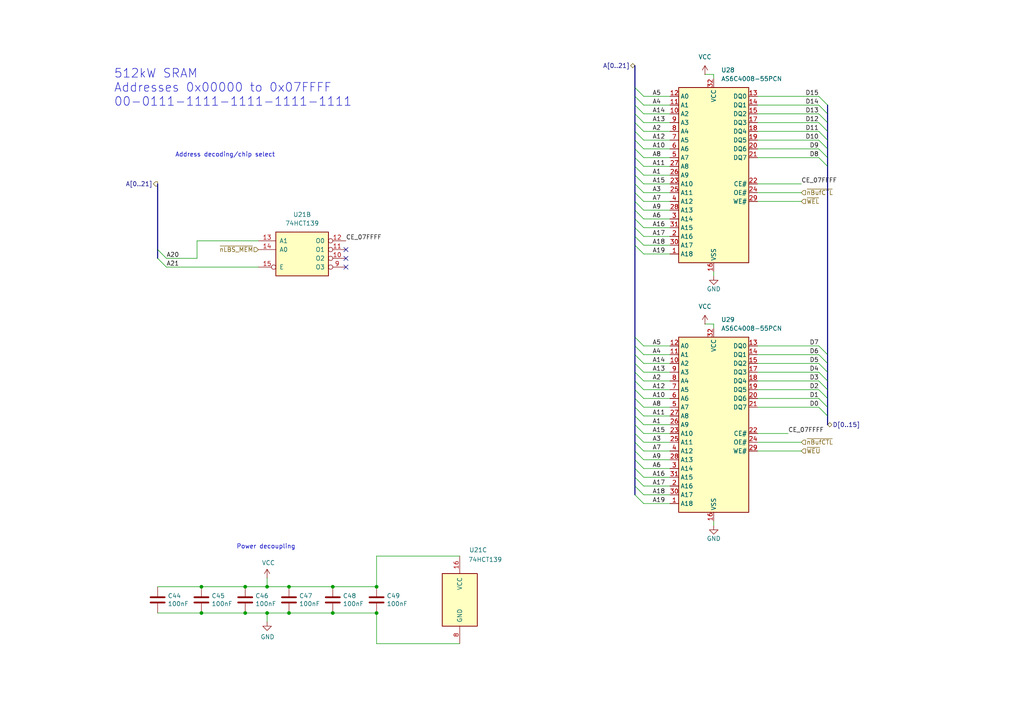
<source format=kicad_sch>
(kicad_sch (version 20250114) (generator "eeschema") (generator_version "9.0")
  (paper "A4")
  (lib_symbols
    (symbol "74xx:74LS139" (pin_names (offset 1.016))
      (property "Reference" "U" (at -7.62 8.89 0))
      (property "Value" "74LS139" (at -7.62 -8.89 0))
      (symbol "74LS139_1_0"
        (pin input line (at -12.7 2.54 0) (length 5.08) (name "A1") (number "3"))
        (pin input line (at -12.7 0 0) (length 5.08) (name "A0") (number "2"))
        (pin input inverted (at -12.7 -5.08 0) (length 5.08) (name "E") (number "1"))
        (pin output inverted (at 12.7 2.54 180) (length 5.08) (name "O0") (number "4"))
        (pin output inverted (at 12.7 0 180) (length 5.08) (name "O1") (number "5"))
        (pin output inverted (at 12.7 -2.54 180) (length 5.08) (name "O2") (number "6"))
        (pin output inverted (at 12.7 -5.08 180) (length 5.08) (name "O3") (number "7"))
      )
      (symbol "74LS139_1_1"
        (rectangle (start -7.62 5.08) (end 7.62 -7.62) (stroke (width 0.254)) (fill (type background)))
      )
      (symbol "74LS139_2_0"
        (pin input line (at -12.7 2.54 0) (length 5.08) (name "A1") (number "13"))
        (pin input line (at -12.7 0 0) (length 5.08) (name "A0") (number "14"))
        (pin input inverted (at -12.7 -5.08 0) (length 5.08) (name "E") (number "15"))
        (pin output inverted (at 12.7 2.54 180) (length 5.08) (name "O0") (number "12"))
        (pin output inverted (at 12.7 0 180) (length 5.08) (name "O1") (number "11"))
        (pin output inverted (at 12.7 -2.54 180) (length 5.08) (name "O2") (number "10"))
        (pin output inverted (at 12.7 -5.08 180) (length 5.08) (name "O3") (number "9"))
      )
      (symbol "74LS139_2_1"
        (rectangle (start -7.62 5.08) (end 7.62 -7.62) (stroke (width 0.254)) (fill (type background)))
      )
      (symbol "74LS139_3_0"
        (pin power_in line (at 0 12.7 270) (length 5.08) (name "VCC") (number "16"))
        (pin power_in line (at 0 -12.7 90) (length 5.08) (name "GND") (number "8"))
      )
      (symbol "74LS139_3_1"
        (rectangle (start -5.08 7.62) (end 5.08 -7.62) (stroke (width 0.254)) (fill (type background)))
      )
    )
    (symbol "Device:C" (pin_numbers (hide yes)) (pin_names (offset 0.254))
      (property "Reference" "C" (at 0.635 2.54 0))
      (property "Value" "C" (at 0.635 -2.54 0))
      (symbol "C_0_1"
        (polyline (pts (xy -2.032 0.762) (xy 2.032 0.762)) (stroke (width 0.508)))
        (polyline (pts (xy -2.032 -0.762) (xy 2.032 -0.762)) (stroke (width 0.508)))
      )
      (symbol "C_1_1"
        (pin passive line (at 0 3.81 270) (length 2.794) (name "~") (number "1"))
        (pin passive line (at 0 -3.81 90) (length 2.794) (name "~") (number "2"))
      )
    )
    (symbol "Memory_RAM:AS6C4008-55PCN"
      (property "Reference" "U" (at -10.16 26.035 0))
      (property "Value" "AS6C4008-55PCN" (at 2.54 26.035 0))
      (symbol "AS6C4008-55PCN_0_0"
        (pin power_in line (at 0 27.94 270) (length 2.54) (name "VCC") (number "32"))
        (pin power_in line (at 0 -27.94 90) (length 2.54) (name "VSS") (number "16"))
      )
      (symbol "AS6C4008-55PCN_0_1"
        (rectangle (start -10.16 25.4) (end 10.16 -25.4) (stroke (width 0.254)) (fill (type background)))
      )
      (symbol "AS6C4008-55PCN_1_1"
        (pin input line (at -12.7 22.86 0) (length 2.54) (name "A0") (number "12"))
        (pin input line (at -12.7 20.32 0) (length 2.54) (name "A1") (number "11"))
        (pin input line (at -12.7 17.78 0) (length 2.54) (name "A2") (number "10"))
        (pin input line (at -12.7 15.24 0) (length 2.54) (name "A3") (number "9"))
        (pin input line (at -12.7 12.7 0) (length 2.54) (name "A4") (number "8"))
        (pin input line (at -12.7 10.16 0) (length 2.54) (name "A5") (number "7"))
        (pin input line (at -12.7 7.62 0) (length 2.54) (name "A6") (number "6"))
        (pin input line (at -12.7 5.08 0) (length 2.54) (name "A7") (number "5"))
        (pin input line (at -12.7 2.54 0) (length 2.54) (name "A8") (number "27"))
        (pin input line (at -12.7 0 0) (length 2.54) (name "A9") (number "26"))
        (pin input line (at -12.7 -2.54 0) (length 2.54) (name "A10") (number "23"))
        (pin input line (at -12.7 -5.08 0) (length 2.54) (name "A11") (number "25"))
        (pin input line (at -12.7 -7.62 0) (length 2.54) (name "A12") (number "4"))
        (pin input line (at -12.7 -10.16 0) (length 2.54) (name "A13") (number "28"))
        (pin input line (at -12.7 -12.7 0) (length 2.54) (name "A14") (number "3"))
        (pin input line (at -12.7 -15.24 0) (length 2.54) (name "A15") (number "31"))
        (pin input line (at -12.7 -17.78 0) (length 2.54) (name "A16") (number "2"))
        (pin input line (at -12.7 -20.32 0) (length 2.54) (name "A17") (number "30"))
        (pin input line (at -12.7 -22.86 0) (length 2.54) (name "A18") (number "1"))
        (pin tri_state line (at 12.7 22.86 180) (length 2.54) (name "DQ0") (number "13"))
        (pin tri_state line (at 12.7 20.32 180) (length 2.54) (name "DQ1") (number "14"))
        (pin tri_state line (at 12.7 17.78 180) (length 2.54) (name "DQ2") (number "15"))
        (pin tri_state line (at 12.7 15.24 180) (length 2.54) (name "DQ3") (number "17"))
        (pin tri_state line (at 12.7 12.7 180) (length 2.54) (name "DQ4") (number "18"))
        (pin tri_state line (at 12.7 10.16 180) (length 2.54) (name "DQ5") (number "19"))
        (pin tri_state line (at 12.7 7.62 180) (length 2.54) (name "DQ6") (number "20"))
        (pin tri_state line (at 12.7 5.08 180) (length 2.54) (name "DQ7") (number "21"))
        (pin input line (at 12.7 -2.54 180) (length 2.54) (name "CE#") (number "22"))
        (pin input line (at 12.7 -5.08 180) (length 2.54) (name "OE#") (number "24"))
        (pin input line (at 12.7 -7.62 180) (length 2.54) (name "WE#") (number "29"))
      )
    )
    (symbol "power:GND" (power) (pin_numbers (hide yes)) (pin_names (offset 0) (hide yes))
      (property "Value" "GND" (at 0 -3.81 0))
      (symbol "GND_0_1"
        (polyline (pts (xy 0 0) (xy 0 -1.27) (xy 1.27 -1.27) (xy 0 -2.54) (xy -1.27 -1.27) (xy 0 -1.27)))
      )
      (symbol "GND_1_1"
        (pin power_in line (at 0 0 270) (length 0) (name "~") (number "1"))
      )
    )
    (symbol "power:VCC" (power) (pin_numbers (hide yes)) (pin_names (offset 0) (hide yes))
      (property "Value" "VCC" (at 0 3.556 0))
      (symbol "VCC_0_1"
        (polyline (pts (xy -0.762 1.27) (xy 0 2.54)))
        (polyline (pts (xy 0 2.54) (xy 0.762 1.27)))
        (polyline (pts (xy 0 0) (xy 0 2.54)))
      )
      (symbol "VCC_1_1"
        (pin power_in line (at 0 0 90) (length 0) (name "~") (number "1"))
      )
    )
  )
  (text "Power decoupling" (at 68.58 159.385 0) (effects (font (size 1.27 1.27)) (justify left bottom)))
  (text "Address decoding/chip select" (at 50.8 45.72 0) (effects (font (size 1.27 1.27)) (justify left bottom)))
  (text "512kW SRAM\nAddresses 0x00000 to 0x07FFFF\n00-0111-1111-1111-1111-1111" (at 33.02 31.115 0) (effects (font (size 2.54 2.54)) (justify left bottom)))
  (junction (at 77.47 170.18))
  (junction (at 83.82 177.8))
  (junction (at 109.22 177.8))
  (junction (at 96.52 170.18))
  (junction (at 71.12 177.8))
  (junction (at 77.47 177.8))
  (junction (at 58.42 177.8))
  (junction (at 58.42 170.18))
  (junction (at 83.82 170.18))
  (junction (at 96.52 177.8))
  (junction (at 71.12 170.18))
  (junction (at 109.22 170.18))
  (no_connect (at 100.33 74.93))
  (no_connect (at 100.33 77.47))
  (no_connect (at 100.33 72.39))
  (bus_entry (at 186.69 60.96) (size -2.54 -2.54))
  (bus_entry (at 186.69 71.12) (size -2.54 -2.54))
  (bus_entry (at 186.69 73.66) (size -2.54 -2.54))
  (bus_entry (at 186.69 63.5) (size -2.54 -2.54))
  (bus_entry (at 186.69 45.72) (size -2.54 -2.54))
  (bus_entry (at 186.69 113.03) (size -2.54 -2.54))
  (bus_entry (at 237.49 110.49) (size 2.54 2.54))
  (bus_entry (at 237.49 102.87) (size 2.54 2.54))
  (bus_entry (at 186.69 128.27) (size -2.54 -2.54))
  (bus_entry (at 186.69 146.05) (size -2.54 -2.54))
  (bus_entry (at 237.49 35.56) (size 2.54 2.54))
  (bus_entry (at 237.49 30.48) (size 2.54 2.54))
  (bus_entry (at 186.69 123.19) (size -2.54 -2.54))
  (bus_entry (at 186.69 107.95) (size -2.54 -2.54))
  (bus_entry (at 186.69 100.33) (size -2.54 -2.54))
  (bus_entry (at 186.69 105.41) (size -2.54 -2.54))
  (bus_entry (at 237.49 43.18) (size 2.54 2.54))
  (bus_entry (at 237.49 33.02) (size 2.54 2.54))
  (bus_entry (at 186.69 102.87) (size -2.54 -2.54))
  (bus_entry (at 186.69 115.57) (size -2.54 -2.54))
  (bus_entry (at 237.49 113.03) (size 2.54 2.54))
  (bus_entry (at 237.49 107.95) (size 2.54 2.54))
  (bus_entry (at 186.69 43.18) (size -2.54 -2.54))
  (bus_entry (at 186.69 110.49) (size -2.54 -2.54))
  (bus_entry (at 186.69 66.04) (size -2.54 -2.54))
  (bus_entry (at 186.69 55.88) (size -2.54 -2.54))
  (bus_entry (at 186.69 140.97) (size -2.54 -2.54))
  (bus_entry (at 237.49 40.64) (size 2.54 2.54))
  (bus_entry (at 186.69 143.51) (size -2.54 -2.54))
  (bus_entry (at 186.69 35.56) (size -2.54 -2.54))
  (bus_entry (at 186.69 30.48) (size -2.54 -2.54))
  (bus_entry (at 186.69 138.43) (size -2.54 -2.54))
  (bus_entry (at 186.69 58.42) (size -2.54 -2.54))
  (bus_entry (at 186.69 33.02) (size -2.54 -2.54))
  (bus_entry (at 186.69 133.35) (size -2.54 -2.54))
  (bus_entry (at 186.69 48.26) (size -2.54 -2.54))
  (bus_entry (at 237.49 105.41) (size 2.54 2.54))
  (bus_entry (at 237.49 118.11) (size 2.54 2.54))
  (bus_entry (at 237.49 38.1) (size 2.54 2.54))
  (bus_entry (at 186.69 135.89) (size -2.54 -2.54))
  (bus_entry (at 45.72 72.39) (size 2.54 2.54))
  (bus_entry (at 186.69 53.34) (size -2.54 -2.54))
  (bus_entry (at 237.49 27.94) (size 2.54 2.54))
  (bus_entry (at 186.69 130.81) (size -2.54 -2.54))
  (bus_entry (at 186.69 38.1) (size -2.54 -2.54))
  (bus_entry (at 186.69 27.94) (size -2.54 -2.54))
  (bus_entry (at 186.69 125.73) (size -2.54 -2.54))
  (bus_entry (at 186.69 68.58) (size -2.54 -2.54))
  (bus_entry (at 186.69 120.65) (size -2.54 -2.54))
  (bus_entry (at 186.69 118.11) (size -2.54 -2.54))
  (bus_entry (at 186.69 40.64) (size -2.54 -2.54))
  (bus_entry (at 237.49 115.57) (size 2.54 2.54))
  (bus_entry (at 186.69 50.8) (size -2.54 -2.54))
  (bus_entry (at 45.72 74.93) (size 2.54 2.54))
  (bus_entry (at 237.49 100.33) (size 2.54 2.54))
  (bus_entry (at 237.49 45.72) (size 2.54 2.54))
  (wire (pts (xy 219.71 43.18) (xy 237.49 43.18)))
  (wire (pts (xy 204.47 21.59) (xy 207.01 21.59)))
  (wire (pts (xy 219.71 118.11) (xy 237.49 118.11)))
  (bus (pts (xy 240.03 43.18) (xy 240.03 40.64)))
  (wire (pts (xy 58.42 170.18) (xy 71.12 170.18)))
  (wire (pts (xy 58.42 177.8) (xy 45.72 177.8)))
  (bus (pts (xy 184.15 33.02) (xy 184.15 35.56)))
  (wire (pts (xy 219.71 130.81) (xy 232.41 130.81)))
  (bus (pts (xy 184.15 138.43) (xy 184.15 140.97)))
  (bus (pts (xy 240.03 123.19) (xy 240.03 120.65)))
  (wire (pts (xy 219.71 35.56) (xy 237.49 35.56)))
  (wire (pts (xy 186.69 27.94) (xy 194.31 27.94)))
  (wire (pts (xy 219.71 128.27) (xy 232.41 128.27)))
  (wire (pts (xy 83.82 177.8) (xy 77.47 177.8)))
  (wire (pts (xy 186.69 135.89) (xy 194.31 135.89)))
  (wire (pts (xy 109.22 177.8) (xy 96.52 177.8)))
  (wire (pts (xy 186.69 113.03) (xy 194.31 113.03)))
  (wire (pts (xy 109.22 170.18) (xy 109.22 161.29)))
  (bus (pts (xy 240.03 115.57) (xy 240.03 113.03)))
  (bus (pts (xy 184.15 97.79) (xy 184.15 100.33)))
  (bus (pts (xy 184.15 48.26) (xy 184.15 50.8)))
  (wire (pts (xy 186.69 66.04) (xy 194.31 66.04)))
  (wire (pts (xy 77.47 167.64) (xy 77.47 170.18)))
  (wire (pts (xy 186.69 58.42) (xy 194.31 58.42)))
  (wire (pts (xy 186.69 120.65) (xy 194.31 120.65)))
  (wire (pts (xy 186.69 118.11) (xy 194.31 118.11)))
  (wire (pts (xy 219.71 110.49) (xy 237.49 110.49)))
  (bus (pts (xy 240.03 33.02) (xy 240.03 30.48)))
  (bus (pts (xy 184.15 133.35) (xy 184.15 135.89)))
  (wire (pts (xy 186.69 125.73) (xy 194.31 125.73)))
  (bus (pts (xy 184.15 43.18) (xy 184.15 45.72)))
  (wire (pts (xy 77.47 177.8) (xy 71.12 177.8)))
  (wire (pts (xy 186.69 48.26) (xy 194.31 48.26)))
  (wire (pts (xy 219.71 113.03) (xy 237.49 113.03)))
  (bus (pts (xy 184.15 25.4) (xy 184.15 27.94)))
  (wire (pts (xy 186.69 128.27) (xy 194.31 128.27)))
  (bus (pts (xy 240.03 40.64) (xy 240.03 38.1)))
  (wire (pts (xy 186.69 73.66) (xy 194.31 73.66)))
  (bus (pts (xy 240.03 105.41) (xy 240.03 102.87)))
  (bus (pts (xy 184.15 120.65) (xy 184.15 123.19)))
  (wire (pts (xy 207.01 78.74) (xy 207.01 80.01)))
  (wire (pts (xy 57.15 69.85) (xy 74.93 69.85)))
  (wire (pts (xy 207.01 93.98) (xy 207.01 95.25)))
  (wire (pts (xy 186.69 50.8) (xy 194.31 50.8)))
  (wire (pts (xy 219.71 40.64) (xy 237.49 40.64)))
  (bus (pts (xy 184.15 118.11) (xy 184.15 120.65)))
  (bus (pts (xy 240.03 35.56) (xy 240.03 33.02)))
  (wire (pts (xy 48.26 74.93) (xy 57.15 74.93)))
  (wire (pts (xy 219.71 38.1) (xy 237.49 38.1)))
  (wire (pts (xy 186.69 45.72) (xy 194.31 45.72)))
  (bus (pts (xy 45.72 53.34) (xy 45.72 72.39)))
  (wire (pts (xy 186.69 107.95) (xy 194.31 107.95)))
  (wire (pts (xy 186.69 55.88) (xy 194.31 55.88)))
  (wire (pts (xy 96.52 170.18) (xy 109.22 170.18)))
  (bus (pts (xy 45.72 72.39) (xy 45.72 74.93)))
  (bus (pts (xy 184.15 115.57) (xy 184.15 118.11)))
  (wire (pts (xy 109.22 177.8) (xy 109.22 186.69)))
  (wire (pts (xy 71.12 170.18) (xy 77.47 170.18)))
  (bus (pts (xy 184.15 63.5) (xy 184.15 66.04)))
  (wire (pts (xy 186.69 60.96) (xy 194.31 60.96)))
  (bus (pts (xy 184.15 68.58) (xy 184.15 71.12)))
  (wire (pts (xy 186.69 133.35) (xy 194.31 133.35)))
  (wire (pts (xy 219.71 33.02) (xy 237.49 33.02)))
  (bus (pts (xy 240.03 120.65) (xy 240.03 118.11)))
  (bus (pts (xy 240.03 38.1) (xy 240.03 35.56)))
  (bus (pts (xy 184.15 38.1) (xy 184.15 40.64)))
  (bus (pts (xy 184.15 125.73) (xy 184.15 128.27)))
  (bus (pts (xy 184.15 110.49) (xy 184.15 113.03)))
  (wire (pts (xy 207.01 151.13) (xy 207.01 152.4)))
  (bus (pts (xy 184.15 60.96) (xy 184.15 63.5)))
  (bus (pts (xy 184.15 30.48) (xy 184.15 33.02)))
  (bus (pts (xy 184.15 128.27) (xy 184.15 130.81)))
  (wire (pts (xy 219.71 55.88) (xy 232.41 55.88)))
  (bus (pts (xy 184.15 40.64) (xy 184.15 43.18)))
  (wire (pts (xy 219.71 102.87) (xy 237.49 102.87)))
  (wire (pts (xy 186.69 102.87) (xy 194.31 102.87)))
  (bus (pts (xy 184.15 35.56) (xy 184.15 38.1)))
  (wire (pts (xy 219.71 30.48) (xy 237.49 30.48)))
  (wire (pts (xy 186.69 53.34) (xy 194.31 53.34)))
  (wire (pts (xy 219.71 107.95) (xy 237.49 107.95)))
  (bus (pts (xy 184.15 19.05) (xy 184.15 25.4)))
  (wire (pts (xy 186.69 71.12) (xy 194.31 71.12)))
  (wire (pts (xy 186.69 110.49) (xy 194.31 110.49)))
  (bus (pts (xy 184.15 130.81) (xy 184.15 133.35)))
  (bus (pts (xy 184.15 55.88) (xy 184.15 58.42)))
  (wire (pts (xy 204.47 93.98) (xy 207.01 93.98)))
  (bus (pts (xy 240.03 118.11) (xy 240.03 115.57)))
  (bus (pts (xy 184.15 53.34) (xy 184.15 55.88)))
  (wire (pts (xy 186.69 100.33) (xy 194.31 100.33)))
  (bus (pts (xy 240.03 102.87) (xy 240.03 48.26)))
  (wire (pts (xy 219.71 115.57) (xy 237.49 115.57)))
  (wire (pts (xy 186.69 146.05) (xy 194.31 146.05)))
  (wire (pts (xy 219.71 45.72) (xy 237.49 45.72)))
  (bus (pts (xy 184.15 113.03) (xy 184.15 115.57)))
  (wire (pts (xy 219.71 105.41) (xy 237.49 105.41)))
  (wire (pts (xy 186.69 38.1) (xy 194.31 38.1)))
  (bus (pts (xy 240.03 48.26) (xy 240.03 45.72)))
  (wire (pts (xy 186.69 143.51) (xy 194.31 143.51)))
  (bus (pts (xy 184.15 27.94) (xy 184.15 30.48)))
  (wire (pts (xy 109.22 161.29) (xy 133.35 161.29)))
  (wire (pts (xy 186.69 140.97) (xy 194.31 140.97)))
  (bus (pts (xy 184.15 50.8) (xy 184.15 53.34)))
  (bus (pts (xy 184.15 45.72) (xy 184.15 48.26)))
  (bus (pts (xy 240.03 113.03) (xy 240.03 110.49)))
  (bus (pts (xy 184.15 107.95) (xy 184.15 110.49)))
  (wire (pts (xy 186.69 68.58) (xy 194.31 68.58)))
  (wire (pts (xy 207.01 21.59) (xy 207.01 22.86)))
  (wire (pts (xy 219.71 100.33) (xy 237.49 100.33)))
  (wire (pts (xy 186.69 123.19) (xy 194.31 123.19)))
  (wire (pts (xy 186.69 30.48) (xy 194.31 30.48)))
  (bus (pts (xy 240.03 45.72) (xy 240.03 43.18)))
  (wire (pts (xy 48.26 77.47) (xy 74.93 77.47)))
  (bus (pts (xy 184.15 102.87) (xy 184.15 105.41)))
  (bus (pts (xy 240.03 107.95) (xy 240.03 105.41)))
  (wire (pts (xy 186.69 105.41) (xy 194.31 105.41)))
  (bus (pts (xy 184.15 123.19) (xy 184.15 125.73)))
  (wire (pts (xy 219.71 125.73) (xy 228.6 125.73)))
  (wire (pts (xy 186.69 35.56) (xy 194.31 35.56)))
  (wire (pts (xy 186.69 138.43) (xy 194.31 138.43)))
  (bus (pts (xy 184.15 66.04) (xy 184.15 68.58)))
  (bus (pts (xy 184.15 100.33) (xy 184.15 102.87)))
  (bus (pts (xy 184.15 135.89) (xy 184.15 138.43)))
  (bus (pts (xy 184.15 58.42) (xy 184.15 60.96)))
  (wire (pts (xy 71.12 177.8) (xy 58.42 177.8)))
  (wire (pts (xy 57.15 74.93) (xy 57.15 69.85)))
  (wire (pts (xy 186.69 115.57) (xy 194.31 115.57)))
  (bus (pts (xy 240.03 110.49) (xy 240.03 107.95)))
  (bus (pts (xy 184.15 105.41) (xy 184.15 107.95)))
  (wire (pts (xy 186.69 40.64) (xy 194.31 40.64)))
  (wire (pts (xy 219.71 27.94) (xy 237.49 27.94)))
  (wire (pts (xy 77.47 180.34) (xy 77.47 177.8)))
  (bus (pts (xy 184.15 140.97) (xy 184.15 143.51)))
  (wire (pts (xy 186.69 43.18) (xy 194.31 43.18)))
  (wire (pts (xy 219.71 58.42) (xy 232.41 58.42)))
  (wire (pts (xy 186.69 63.5) (xy 194.31 63.5)))
  (wire (pts (xy 77.47 170.18) (xy 83.82 170.18)))
  (wire (pts (xy 45.72 170.18) (xy 58.42 170.18)))
  (wire (pts (xy 96.52 177.8) (xy 83.82 177.8)))
  (wire (pts (xy 186.69 33.02) (xy 194.31 33.02)))
  (wire (pts (xy 219.71 53.34) (xy 232.41 53.34)))
  (wire (pts (xy 83.82 170.18) (xy 96.52 170.18)))
  (wire (pts (xy 109.22 186.69) (xy 133.35 186.69)))
  (wire (pts (xy 186.69 130.81) (xy 194.31 130.81)))
  (bus (pts (xy 184.15 71.12) (xy 184.15 97.79)))
  (label "D15" (at 237.49 27.94 180))
  (label "A7" (at 189.23 130.81 0))
  (label "A7" (at 189.23 58.42 0))
  (label "D2" (at 237.49 113.03 180))
  (label "A12" (at 189.23 113.03 0))
  (label "A15" (at 189.23 53.34 0))
  (label "D9" (at 237.49 43.18 180))
  (label "A5" (at 189.23 27.94 0))
  (label "A11" (at 189.23 48.26 0))
  (label "A21" (at 48.26 77.47 0))
  (label "D12" (at 237.49 35.56 180))
  (label "CE_07FFFF" (at 100.33 69.85 0))
  (label "A12" (at 189.23 40.64 0))
  (label "A9" (at 189.23 133.35 0))
  (label "A18" (at 189.23 71.12 0))
  (label "D8" (at 237.49 45.72 180))
  (label "A3" (at 189.23 55.88 0))
  (label "A13" (at 189.23 107.95 0))
  (label "D4" (at 237.49 107.95 180))
  (label "D11" (at 237.49 38.1 180))
  (label "A9" (at 189.23 60.96 0))
  (label "A4" (at 189.23 30.48 0))
  (label "D0" (at 237.49 118.11 180))
  (label "A19" (at 189.23 146.05 0))
  (label "A10" (at 189.23 43.18 0))
  (label "A2" (at 189.23 38.1 0))
  (label "D1" (at 237.49 115.57 180))
  (label "A2" (at 189.23 110.49 0))
  (label "D3" (at 237.49 110.49 180))
  (label "A14" (at 189.23 33.02 0))
  (label "A5" (at 189.23 100.33 0))
  (label "D5" (at 237.49 105.41 180))
  (label "D13" (at 237.49 33.02 180))
  (label "A17" (at 189.23 68.58 0))
  (label "A8" (at 189.23 118.11 0))
  (label "A15" (at 189.23 125.73 0))
  (label "A6" (at 189.23 63.5 0))
  (label "A20" (at 48.26 74.93 0))
  (label "CE_07FFFF" (at 228.6 125.73 0))
  (label "A10" (at 189.23 115.57 0))
  (label "A16" (at 189.23 138.43 0))
  (label "D7" (at 237.49 100.33 180))
  (label "D14" (at 237.49 30.48 180))
  (label "A4" (at 189.23 102.87 0))
  (label "A19" (at 189.23 73.66 0))
  (label "CE_07FFFF" (at 232.41 53.34 0))
  (label "A16" (at 189.23 66.04 0))
  (label "A6" (at 189.23 135.89 0))
  (label "A11" (at 189.23 120.65 0))
  (label "A8" (at 189.23 45.72 0))
  (label "A1" (at 189.23 123.19 0))
  (label "A18" (at 189.23 143.51 0))
  (label "D6" (at 237.49 102.87 180))
  (label "D10" (at 237.49 40.64 180))
  (label "A3" (at 189.23 128.27 0))
  (label "A13" (at 189.23 35.56 0))
  (label "A14" (at 189.23 105.41 0))
  (label "A1" (at 189.23 50.8 0))
  (label "A17" (at 189.23 140.97 0))
  (hierarchical_label "~{nLBS_MEM}" (shape input) (at 74.93 72.39 180))
  (hierarchical_label "A[0..21]" (shape bidirectional) (at 184.15 19.05 180))
  (hierarchical_label "~{WEL}" (shape input) (at 232.41 58.42 0))
  (hierarchical_label "A[0..21]" (shape output) (at 45.72 53.34 180))
  (hierarchical_label "~{nBufCTL}" (shape input) (at 232.41 55.88 0))
  (hierarchical_label "~{nBufCTL}" (shape input) (at 232.41 128.27 0))
  (hierarchical_label "~{WEU}" (shape input) (at 232.41 130.81 0))
  (hierarchical_label "D[0..15]" (shape bidirectional) (at 240.03 123.19 0))
  (symbol (lib_id "Memory_RAM:AS6C4008-55PCN") (at 207.01 50.8 0) (unit 1)
    (property "Reference" "U28" (at 209.1533 20.32 0) (effects (justify left)))
    (property "Value" "AS6C4008-55PCN" (at 209.1533 22.86 0) (effects (justify left)))
    (property "Footprint" "Package_DIP:DIP-32_W15.24mm" (effects (hide yes)))
    (property "Datasheet" "https://www.alliancememory.com/wp-content/uploads/pdf/AS6C4008.pdf" (effects (hide yes)))
    (property "Description" "512K x 8 Low Power CMOS RAM, DIP-32" (effects (hide yes)))
  )
  (symbol (lib_id "power:GND") (at 207.01 152.4 0) (unit 1)
    (property "Reference" "#PWR079" (effects (hide yes)))
    (property "Value" "GND" (at 207.01 156.21 0))
    (property "Description" "Power symbol creates a global label with name \"GND\" , ground" (effects (hide yes)))
  )
  (symbol (lib_id "power:VCC") (at 204.47 93.98 0) (unit 1)
    (property "Reference" "#PWR077" (effects (hide yes)))
    (property "Value" "VCC" (at 204.47 88.9 0))
    (property "Description" "Power symbol creates a global label with name \"VCC\"" (effects (hide yes)))
  )
  (symbol (lib_id "Device:C") (at 109.22 173.99 0) (unit 1)
    (property "Reference" "C49" (at 112.141 172.8216 0) (effects (justify left)))
    (property "Value" "100nF" (at 112.141 175.133 0) (effects (justify left)))
    (property "Footprint" "Capacitor_THT:C_Rect_L4.0mm_W2.5mm_P2.50mm" (effects (hide yes)))
  )
  (symbol (lib_id "power:GND") (at 77.47 180.34 0) (unit 1)
    (property "Reference" "#PWR073" (effects (hide yes)))
    (property "Value" "GND" (at 77.597 184.7342 0))
  )
  (symbol (lib_id "power:VCC") (at 77.47 167.64 0) (unit 1)
    (property "Reference" "#PWR072" (effects (hide yes)))
    (property "Value" "VCC" (at 77.851 163.2458 0))
  )
  (symbol (lib_id "Device:C") (at 71.12 173.99 0) (unit 1)
    (property "Reference" "C46" (at 74.041 172.8216 0) (effects (justify left)))
    (property "Value" "100nF" (at 74.041 175.133 0) (effects (justify left)))
    (property "Footprint" "Capacitor_THT:C_Rect_L4.0mm_W2.5mm_P2.50mm" (effects (hide yes)))
  )
  (symbol (lib_id "Memory_RAM:AS6C4008-55PCN") (at 207.01 123.19 0) (unit 1)
    (property "Reference" "U29" (at 209.1533 92.71 0) (effects (justify left)))
    (property "Value" "AS6C4008-55PCN" (at 209.1533 95.25 0) (effects (justify left)))
    (property "Footprint" "Package_DIP:DIP-32_W15.24mm" (effects (hide yes)))
    (property "Datasheet" "https://www.alliancememory.com/wp-content/uploads/pdf/AS6C4008.pdf" (effects (hide yes)))
    (property "Description" "512K x 8 Low Power CMOS RAM, DIP-32" (effects (hide yes)))
  )
  (symbol (lib_id "Device:C") (at 58.42 173.99 0) (unit 1)
    (property "Reference" "C45" (at 61.341 172.8216 0) (effects (justify left)))
    (property "Value" "100nF" (at 61.341 175.133 0) (effects (justify left)))
    (property "Footprint" "Capacitor_THT:C_Rect_L4.0mm_W2.5mm_P2.50mm" (effects (hide yes)))
  )
  (symbol (lib_id "74xx:74LS139") (at 87.63 72.39 0) (unit 2)
    (property "Reference" "U21" (at 87.63 62.23 0))
    (property "Value" "74HCT139" (at 87.63 64.77 0))
    (property "Datasheet" "http://www.ti.com/lit/ds/symlink/sn74ls139a.pdf" (effects (hide yes)))
  )
  (symbol (lib_id "Device:C") (at 96.52 173.99 0) (unit 1)
    (property "Reference" "C48" (at 99.441 172.8216 0) (effects (justify left)))
    (property "Value" "100nF" (at 99.441 175.133 0) (effects (justify left)))
    (property "Footprint" "Capacitor_THT:C_Rect_L4.0mm_W2.5mm_P2.50mm" (effects (hide yes)))
  )
  (symbol (lib_id "74xx:74LS139") (at 133.35 173.99 0) (unit 3)
    (property "Reference" "U21" (at 138.684 159.512 0))
    (property "Value" "74HCT139" (at 140.716 162.306 0))
    (property "Datasheet" "http://www.ti.com/lit/ds/symlink/sn74ls139a.pdf" (effects (hide yes)))
  )
  (symbol (lib_id "power:GND") (at 207.01 80.01 0) (unit 1)
    (property "Reference" "#PWR078" (effects (hide yes)))
    (property "Value" "GND" (at 207.01 83.82 0))
    (property "Description" "Power symbol creates a global label with name \"GND\" , ground" (effects (hide yes)))
  )
  (symbol (lib_id "Device:C") (at 83.82 173.99 0) (unit 1)
    (property "Reference" "C47" (at 86.741 172.8216 0) (effects (justify left)))
    (property "Value" "100nF" (at 86.741 175.133 0) (effects (justify left)))
    (property "Footprint" "Capacitor_THT:C_Rect_L4.0mm_W2.5mm_P2.50mm" (effects (hide yes)))
  )
  (symbol (lib_id "power:VCC") (at 204.47 21.59 0) (unit 1)
    (property "Reference" "#PWR076" (effects (hide yes)))
    (property "Value" "VCC" (at 204.47 16.51 0))
    (property "Description" "Power symbol creates a global label with name \"VCC\"" (effects (hide yes)))
  )
  (symbol (lib_id "Device:C") (at 45.72 173.99 0) (unit 1)
    (property "Reference" "C44" (at 48.641 172.8216 0) (effects (justify left)))
    (property "Value" "100nF" (at 48.641 175.133 0) (effects (justify left)))
    (property "Footprint" "Capacitor_THT:C_Rect_L4.0mm_W2.5mm_P2.50mm" (effects (hide yes)))
  )
)
</source>
